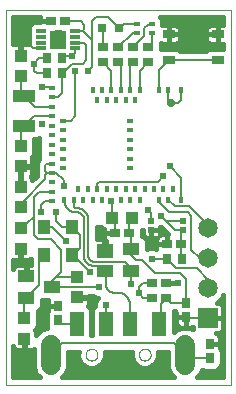
<source format=gtl>
G75*
%MOIN*%
%OFA0B0*%
%FSLAX25Y25*%
%IPPOS*%
%LPD*%
%AMOC8*
5,1,8,0,0,1.08239X$1,22.5*
%
%ADD10C,0.00000*%
%ADD11R,0.01575X0.02362*%
%ADD12R,0.02362X0.01575*%
%ADD13R,0.07480X0.04331*%
%ADD14R,0.04252X0.04134*%
%ADD15R,0.03642X0.02913*%
%ADD16R,0.02913X0.03642*%
%ADD17R,0.04134X0.04252*%
%ADD18R,0.05669X0.03937*%
%ADD19R,0.05669X0.04724*%
%ADD20C,0.06600*%
%ADD21R,0.04724X0.07874*%
%ADD22R,0.02756X0.03543*%
%ADD23R,0.04134X0.02559*%
%ADD24R,0.02165X0.02165*%
%ADD25R,0.01969X0.01575*%
%ADD26R,0.03543X0.02756*%
%ADD27R,0.06500X0.06500*%
%ADD28C,0.06500*%
%ADD29R,0.05512X0.03937*%
%ADD30R,0.03937X0.04724*%
%ADD31R,0.03150X0.03150*%
%ADD32R,0.03346X0.01181*%
%ADD33R,0.05512X0.06299*%
%ADD34C,0.02400*%
%ADD35C,0.01600*%
%ADD36C,0.02775*%
%ADD37C,0.00800*%
%ADD38C,0.00600*%
D10*
X0021345Y0060541D02*
X0021345Y0185541D01*
X0096345Y0185541D01*
X0096345Y0060541D01*
X0021345Y0060541D01*
X0048018Y0070541D02*
X0048020Y0070629D01*
X0048026Y0070717D01*
X0048036Y0070805D01*
X0048050Y0070893D01*
X0048067Y0070979D01*
X0048089Y0071065D01*
X0048114Y0071149D01*
X0048144Y0071233D01*
X0048176Y0071315D01*
X0048213Y0071395D01*
X0048253Y0071474D01*
X0048297Y0071551D01*
X0048344Y0071626D01*
X0048394Y0071698D01*
X0048448Y0071769D01*
X0048504Y0071836D01*
X0048564Y0071902D01*
X0048626Y0071964D01*
X0048692Y0072024D01*
X0048759Y0072080D01*
X0048830Y0072134D01*
X0048902Y0072184D01*
X0048977Y0072231D01*
X0049054Y0072275D01*
X0049133Y0072315D01*
X0049213Y0072352D01*
X0049295Y0072384D01*
X0049379Y0072414D01*
X0049463Y0072439D01*
X0049549Y0072461D01*
X0049635Y0072478D01*
X0049723Y0072492D01*
X0049811Y0072502D01*
X0049899Y0072508D01*
X0049987Y0072510D01*
X0050075Y0072508D01*
X0050163Y0072502D01*
X0050251Y0072492D01*
X0050339Y0072478D01*
X0050425Y0072461D01*
X0050511Y0072439D01*
X0050595Y0072414D01*
X0050679Y0072384D01*
X0050761Y0072352D01*
X0050841Y0072315D01*
X0050920Y0072275D01*
X0050997Y0072231D01*
X0051072Y0072184D01*
X0051144Y0072134D01*
X0051215Y0072080D01*
X0051282Y0072024D01*
X0051348Y0071964D01*
X0051410Y0071902D01*
X0051470Y0071836D01*
X0051526Y0071769D01*
X0051580Y0071698D01*
X0051630Y0071626D01*
X0051677Y0071551D01*
X0051721Y0071474D01*
X0051761Y0071395D01*
X0051798Y0071315D01*
X0051830Y0071233D01*
X0051860Y0071149D01*
X0051885Y0071065D01*
X0051907Y0070979D01*
X0051924Y0070893D01*
X0051938Y0070805D01*
X0051948Y0070717D01*
X0051954Y0070629D01*
X0051956Y0070541D01*
X0051954Y0070453D01*
X0051948Y0070365D01*
X0051938Y0070277D01*
X0051924Y0070189D01*
X0051907Y0070103D01*
X0051885Y0070017D01*
X0051860Y0069933D01*
X0051830Y0069849D01*
X0051798Y0069767D01*
X0051761Y0069687D01*
X0051721Y0069608D01*
X0051677Y0069531D01*
X0051630Y0069456D01*
X0051580Y0069384D01*
X0051526Y0069313D01*
X0051470Y0069246D01*
X0051410Y0069180D01*
X0051348Y0069118D01*
X0051282Y0069058D01*
X0051215Y0069002D01*
X0051144Y0068948D01*
X0051072Y0068898D01*
X0050997Y0068851D01*
X0050920Y0068807D01*
X0050841Y0068767D01*
X0050761Y0068730D01*
X0050679Y0068698D01*
X0050595Y0068668D01*
X0050511Y0068643D01*
X0050425Y0068621D01*
X0050339Y0068604D01*
X0050251Y0068590D01*
X0050163Y0068580D01*
X0050075Y0068574D01*
X0049987Y0068572D01*
X0049899Y0068574D01*
X0049811Y0068580D01*
X0049723Y0068590D01*
X0049635Y0068604D01*
X0049549Y0068621D01*
X0049463Y0068643D01*
X0049379Y0068668D01*
X0049295Y0068698D01*
X0049213Y0068730D01*
X0049133Y0068767D01*
X0049054Y0068807D01*
X0048977Y0068851D01*
X0048902Y0068898D01*
X0048830Y0068948D01*
X0048759Y0069002D01*
X0048692Y0069058D01*
X0048626Y0069118D01*
X0048564Y0069180D01*
X0048504Y0069246D01*
X0048448Y0069313D01*
X0048394Y0069384D01*
X0048344Y0069456D01*
X0048297Y0069531D01*
X0048253Y0069608D01*
X0048213Y0069687D01*
X0048176Y0069767D01*
X0048144Y0069849D01*
X0048114Y0069933D01*
X0048089Y0070017D01*
X0048067Y0070103D01*
X0048050Y0070189D01*
X0048036Y0070277D01*
X0048026Y0070365D01*
X0048020Y0070453D01*
X0048018Y0070541D01*
X0065734Y0070541D02*
X0065736Y0070629D01*
X0065742Y0070717D01*
X0065752Y0070805D01*
X0065766Y0070893D01*
X0065783Y0070979D01*
X0065805Y0071065D01*
X0065830Y0071149D01*
X0065860Y0071233D01*
X0065892Y0071315D01*
X0065929Y0071395D01*
X0065969Y0071474D01*
X0066013Y0071551D01*
X0066060Y0071626D01*
X0066110Y0071698D01*
X0066164Y0071769D01*
X0066220Y0071836D01*
X0066280Y0071902D01*
X0066342Y0071964D01*
X0066408Y0072024D01*
X0066475Y0072080D01*
X0066546Y0072134D01*
X0066618Y0072184D01*
X0066693Y0072231D01*
X0066770Y0072275D01*
X0066849Y0072315D01*
X0066929Y0072352D01*
X0067011Y0072384D01*
X0067095Y0072414D01*
X0067179Y0072439D01*
X0067265Y0072461D01*
X0067351Y0072478D01*
X0067439Y0072492D01*
X0067527Y0072502D01*
X0067615Y0072508D01*
X0067703Y0072510D01*
X0067791Y0072508D01*
X0067879Y0072502D01*
X0067967Y0072492D01*
X0068055Y0072478D01*
X0068141Y0072461D01*
X0068227Y0072439D01*
X0068311Y0072414D01*
X0068395Y0072384D01*
X0068477Y0072352D01*
X0068557Y0072315D01*
X0068636Y0072275D01*
X0068713Y0072231D01*
X0068788Y0072184D01*
X0068860Y0072134D01*
X0068931Y0072080D01*
X0068998Y0072024D01*
X0069064Y0071964D01*
X0069126Y0071902D01*
X0069186Y0071836D01*
X0069242Y0071769D01*
X0069296Y0071698D01*
X0069346Y0071626D01*
X0069393Y0071551D01*
X0069437Y0071474D01*
X0069477Y0071395D01*
X0069514Y0071315D01*
X0069546Y0071233D01*
X0069576Y0071149D01*
X0069601Y0071065D01*
X0069623Y0070979D01*
X0069640Y0070893D01*
X0069654Y0070805D01*
X0069664Y0070717D01*
X0069670Y0070629D01*
X0069672Y0070541D01*
X0069670Y0070453D01*
X0069664Y0070365D01*
X0069654Y0070277D01*
X0069640Y0070189D01*
X0069623Y0070103D01*
X0069601Y0070017D01*
X0069576Y0069933D01*
X0069546Y0069849D01*
X0069514Y0069767D01*
X0069477Y0069687D01*
X0069437Y0069608D01*
X0069393Y0069531D01*
X0069346Y0069456D01*
X0069296Y0069384D01*
X0069242Y0069313D01*
X0069186Y0069246D01*
X0069126Y0069180D01*
X0069064Y0069118D01*
X0068998Y0069058D01*
X0068931Y0069002D01*
X0068860Y0068948D01*
X0068788Y0068898D01*
X0068713Y0068851D01*
X0068636Y0068807D01*
X0068557Y0068767D01*
X0068477Y0068730D01*
X0068395Y0068698D01*
X0068311Y0068668D01*
X0068227Y0068643D01*
X0068141Y0068621D01*
X0068055Y0068604D01*
X0067967Y0068590D01*
X0067879Y0068580D01*
X0067791Y0068574D01*
X0067703Y0068572D01*
X0067615Y0068574D01*
X0067527Y0068580D01*
X0067439Y0068590D01*
X0067351Y0068604D01*
X0067265Y0068621D01*
X0067179Y0068643D01*
X0067095Y0068668D01*
X0067011Y0068698D01*
X0066929Y0068730D01*
X0066849Y0068767D01*
X0066770Y0068807D01*
X0066693Y0068851D01*
X0066618Y0068898D01*
X0066546Y0068948D01*
X0066475Y0069002D01*
X0066408Y0069058D01*
X0066342Y0069118D01*
X0066280Y0069180D01*
X0066220Y0069246D01*
X0066164Y0069313D01*
X0066110Y0069384D01*
X0066060Y0069456D01*
X0066013Y0069531D01*
X0065969Y0069608D01*
X0065929Y0069687D01*
X0065892Y0069767D01*
X0065860Y0069849D01*
X0065830Y0069933D01*
X0065805Y0070017D01*
X0065783Y0070103D01*
X0065766Y0070189D01*
X0065752Y0070277D01*
X0065742Y0070365D01*
X0065736Y0070453D01*
X0065734Y0070541D01*
D11*
X0066079Y0122234D03*
X0064505Y0125778D03*
X0062930Y0122234D03*
X0061355Y0125778D03*
X0059780Y0122234D03*
X0058205Y0125778D03*
X0055056Y0125778D03*
X0053481Y0122234D03*
X0051906Y0125778D03*
X0050331Y0122234D03*
X0048757Y0125778D03*
X0047182Y0122234D03*
X0045607Y0125778D03*
X0044032Y0122234D03*
X0040883Y0122234D03*
X0051906Y0155305D03*
X0053481Y0158848D03*
X0055056Y0155305D03*
X0056631Y0158848D03*
X0058205Y0155305D03*
X0059780Y0158848D03*
X0061355Y0155305D03*
X0062930Y0158848D03*
X0064505Y0155305D03*
X0066079Y0158848D03*
X0072379Y0158848D03*
X0075528Y0158848D03*
X0079859Y0158848D03*
X0077103Y0125778D03*
X0075528Y0122234D03*
X0073953Y0125778D03*
X0072379Y0122234D03*
X0070804Y0125778D03*
X0067654Y0125778D03*
X0079859Y0122234D03*
X0050331Y0158848D03*
D12*
X0040489Y0148415D03*
X0040489Y0145266D03*
X0040489Y0142116D03*
X0040489Y0138967D03*
X0040489Y0135817D03*
X0040489Y0132667D03*
X0036946Y0131093D03*
X0036946Y0134242D03*
X0036946Y0137392D03*
X0036946Y0140541D03*
X0036946Y0143691D03*
X0036946Y0146841D03*
X0036946Y0149990D03*
X0036946Y0153140D03*
X0036946Y0156289D03*
X0036946Y0159439D03*
X0036946Y0127943D03*
X0036946Y0124793D03*
X0036946Y0121644D03*
X0062930Y0132667D03*
X0062930Y0135817D03*
X0062930Y0138967D03*
X0062930Y0142116D03*
X0062930Y0145266D03*
X0062930Y0148415D03*
D13*
X0027595Y0146870D03*
X0027595Y0156713D03*
D14*
X0026345Y0163346D03*
X0026345Y0170236D03*
X0026345Y0140236D03*
X0026345Y0133346D03*
X0026345Y0126486D03*
X0026345Y0119596D03*
X0026345Y0112736D03*
X0026345Y0105846D03*
X0027595Y0082736D03*
X0027595Y0075846D03*
X0045095Y0089596D03*
X0045095Y0096486D03*
D15*
X0057733Y0111166D03*
X0062457Y0111166D03*
X0070233Y0094291D03*
X0070233Y0089291D03*
X0074957Y0089291D03*
X0074957Y0094291D03*
X0075233Y0107416D03*
X0079957Y0107416D03*
X0041207Y0181791D03*
X0036483Y0181791D03*
D16*
X0081345Y0087904D03*
X0081345Y0083179D03*
X0089470Y0074154D03*
X0089470Y0069429D03*
X0038845Y0081929D03*
X0038845Y0086654D03*
D17*
X0056650Y0116166D03*
X0063540Y0116166D03*
D18*
X0063176Y0105844D03*
X0063176Y0098364D03*
X0054514Y0098364D03*
D19*
X0054514Y0105057D03*
D20*
X0036404Y0073841D02*
X0036404Y0067241D01*
X0081286Y0067241D02*
X0081286Y0073841D01*
D21*
X0072625Y0080778D03*
X0062782Y0080778D03*
X0054908Y0080778D03*
X0045066Y0080778D03*
D22*
X0075036Y0102416D03*
X0080154Y0102416D03*
X0040154Y0164291D03*
X0040154Y0169291D03*
X0035036Y0169291D03*
X0035036Y0164291D03*
D23*
X0075676Y0168809D03*
X0075676Y0177274D03*
X0092014Y0177274D03*
X0092014Y0168809D03*
D24*
X0080312Y0115143D03*
X0080312Y0112190D03*
X0069879Y0112190D03*
X0069879Y0115143D03*
D25*
X0070154Y0177913D03*
X0070154Y0180669D03*
X0065036Y0180669D03*
X0065036Y0177913D03*
D26*
X0063845Y0173100D03*
X0063845Y0167982D03*
X0058845Y0167982D03*
X0058845Y0173100D03*
X0053845Y0173100D03*
X0053845Y0167982D03*
X0068845Y0167982D03*
X0068845Y0173100D03*
D27*
X0088845Y0082729D03*
D28*
X0088845Y0092729D03*
X0088845Y0102729D03*
X0088845Y0112729D03*
D29*
X0036926Y0093041D03*
X0028264Y0089301D03*
X0028264Y0096781D03*
D30*
X0034121Y0103666D03*
X0034121Y0113041D03*
X0043570Y0113041D03*
X0043570Y0103666D03*
D31*
X0053392Y0179291D03*
X0059298Y0179291D03*
D32*
X0044554Y0178494D03*
X0044554Y0176526D03*
X0044554Y0174557D03*
X0044554Y0172589D03*
X0033136Y0172589D03*
X0033136Y0174557D03*
X0033136Y0176526D03*
X0033136Y0178494D03*
D33*
X0038845Y0175541D03*
D34*
X0038845Y0175541D03*
X0043533Y0169916D03*
X0044470Y0164916D03*
X0048845Y0165229D03*
X0033533Y0159604D03*
X0030720Y0167416D03*
X0026345Y0180541D03*
X0033533Y0147416D03*
X0031345Y0133041D03*
X0033220Y0118041D03*
X0038220Y0118041D03*
X0040720Y0126791D03*
X0041345Y0108354D03*
X0049470Y0098041D03*
X0052595Y0093041D03*
X0050095Y0088041D03*
X0054783Y0087104D03*
X0063176Y0093979D03*
X0065720Y0091166D03*
X0070095Y0102416D03*
X0070095Y0108041D03*
X0073220Y0116791D03*
X0068845Y0118666D03*
X0073845Y0129916D03*
X0076033Y0133354D03*
X0056345Y0121791D03*
X0078845Y0094291D03*
X0071345Y0064291D03*
X0058845Y0064291D03*
X0046345Y0064291D03*
X0033845Y0084291D03*
X0026345Y0101791D03*
X0025095Y0064291D03*
X0083845Y0181791D03*
X0092595Y0064291D03*
D35*
X0092286Y0065574D02*
X0092961Y0066249D01*
X0093327Y0067131D01*
X0093327Y0071727D01*
X0092961Y0072609D01*
X0092727Y0072844D01*
X0092727Y0074153D01*
X0089470Y0074153D01*
X0089470Y0074154D01*
X0092727Y0074154D01*
X0092727Y0076211D01*
X0092604Y0076669D01*
X0092367Y0077080D01*
X0092032Y0077415D01*
X0091622Y0077652D01*
X0091520Y0077679D01*
X0092332Y0077679D01*
X0092790Y0077802D01*
X0093200Y0078038D01*
X0093535Y0078374D01*
X0093772Y0078784D01*
X0093895Y0079242D01*
X0093895Y0082654D01*
X0088920Y0082654D01*
X0088920Y0082804D01*
X0093895Y0082804D01*
X0093895Y0086216D01*
X0093772Y0086674D01*
X0093535Y0087084D01*
X0093200Y0087419D01*
X0092790Y0087656D01*
X0092332Y0087779D01*
X0091659Y0087779D01*
X0092046Y0087939D01*
X0093635Y0089528D01*
X0093945Y0090277D01*
X0093945Y0062941D01*
X0085047Y0062941D01*
X0086118Y0064013D01*
X0086749Y0065534D01*
X0087536Y0065208D01*
X0091404Y0065208D01*
X0092286Y0065574D01*
X0091715Y0065337D02*
X0093945Y0065337D01*
X0093945Y0066935D02*
X0093246Y0066935D01*
X0093327Y0068534D02*
X0093945Y0068534D01*
X0093945Y0070132D02*
X0093327Y0070132D01*
X0093325Y0071731D02*
X0093945Y0071731D01*
X0093945Y0073329D02*
X0092727Y0073329D01*
X0092727Y0074928D02*
X0093945Y0074928D01*
X0093945Y0076526D02*
X0092642Y0076526D01*
X0093287Y0078125D02*
X0093945Y0078125D01*
X0093895Y0079723D02*
X0093945Y0079723D01*
X0093895Y0081322D02*
X0093945Y0081322D01*
X0093895Y0082920D02*
X0093945Y0082920D01*
X0093895Y0084519D02*
X0093945Y0084519D01*
X0093895Y0086118D02*
X0093945Y0086118D01*
X0093945Y0087716D02*
X0092566Y0087716D01*
X0093421Y0089315D02*
X0093945Y0089315D01*
X0083795Y0079853D02*
X0083795Y0079242D01*
X0083877Y0078938D01*
X0082420Y0079541D01*
X0080152Y0079541D01*
X0078057Y0078674D01*
X0077387Y0078003D01*
X0077387Y0085104D01*
X0077696Y0085104D01*
X0077854Y0084723D01*
X0078088Y0084489D01*
X0078088Y0083179D01*
X0078088Y0081121D01*
X0078211Y0080663D01*
X0078448Y0080253D01*
X0078783Y0079918D01*
X0079194Y0079681D01*
X0079651Y0079558D01*
X0081345Y0079558D01*
X0081345Y0083179D01*
X0081345Y0083179D01*
X0078088Y0083179D01*
X0081345Y0083179D01*
X0081345Y0083179D01*
X0081345Y0079558D01*
X0083039Y0079558D01*
X0083497Y0079681D01*
X0083795Y0079853D01*
X0083795Y0079723D02*
X0083570Y0079723D01*
X0081345Y0079723D02*
X0081345Y0079723D01*
X0081345Y0081322D02*
X0081345Y0081322D01*
X0081345Y0082920D02*
X0081345Y0082920D01*
X0079120Y0079723D02*
X0077387Y0079723D01*
X0077387Y0078125D02*
X0077509Y0078125D01*
X0077387Y0081322D02*
X0078088Y0081322D01*
X0078088Y0082920D02*
X0077387Y0082920D01*
X0077387Y0084519D02*
X0078058Y0084519D01*
X0078545Y0094291D02*
X0074957Y0094291D01*
X0074957Y0094291D01*
X0078545Y0094291D01*
X0078545Y0094291D01*
X0075233Y0107416D02*
X0071612Y0107416D01*
X0071612Y0105723D01*
X0071624Y0105680D01*
X0070811Y0106016D01*
X0069379Y0106016D01*
X0068410Y0105615D01*
X0068410Y0108290D01*
X0068045Y0109172D01*
X0067370Y0109847D01*
X0066678Y0110134D01*
X0066678Y0111886D01*
X0066966Y0112006D01*
X0066996Y0112035D01*
X0066996Y0110870D01*
X0067119Y0110412D01*
X0067356Y0110002D01*
X0067691Y0109667D01*
X0068101Y0109430D01*
X0068559Y0109307D01*
X0069879Y0109307D01*
X0071198Y0109307D01*
X0071656Y0109430D01*
X0071705Y0109458D01*
X0071612Y0109110D01*
X0071612Y0107416D01*
X0075233Y0107416D01*
X0075233Y0107416D01*
X0075233Y0107416D01*
X0075233Y0110673D01*
X0075379Y0110673D01*
X0073010Y0113041D01*
X0072761Y0113041D01*
X0072761Y0112190D01*
X0069879Y0112190D01*
X0069879Y0112190D01*
X0072761Y0112190D01*
X0072761Y0110870D01*
X0072668Y0110522D01*
X0072717Y0110550D01*
X0073175Y0110673D01*
X0075233Y0110673D01*
X0075233Y0107416D01*
X0075233Y0108497D02*
X0075233Y0108497D01*
X0075233Y0110095D02*
X0075233Y0110095D01*
X0074358Y0111694D02*
X0072761Y0111694D01*
X0071612Y0108497D02*
X0068325Y0108497D01*
X0068410Y0106898D02*
X0071612Y0106898D01*
X0069879Y0109307D02*
X0069879Y0112190D01*
X0069879Y0112190D01*
X0069879Y0109307D01*
X0069879Y0110095D02*
X0069879Y0110095D01*
X0069879Y0111694D02*
X0069879Y0111694D01*
X0067302Y0110095D02*
X0066771Y0110095D01*
X0066678Y0111694D02*
X0066996Y0111694D01*
X0057733Y0111166D02*
X0054112Y0111166D01*
X0054112Y0109473D01*
X0054235Y0109015D01*
X0054472Y0108604D01*
X0054807Y0108269D01*
X0054896Y0108218D01*
X0054896Y0105438D01*
X0054133Y0105438D01*
X0054133Y0109219D01*
X0051720Y0109219D01*
X0051720Y0113041D01*
X0053082Y0113041D01*
X0053143Y0112935D01*
X0053478Y0112600D01*
X0053889Y0112363D01*
X0054112Y0112303D01*
X0054112Y0111166D01*
X0057733Y0111166D01*
X0057733Y0111166D01*
X0054112Y0111694D02*
X0051720Y0111694D01*
X0051720Y0110095D02*
X0054112Y0110095D01*
X0054133Y0108497D02*
X0054579Y0108497D01*
X0054896Y0106898D02*
X0054133Y0106898D01*
X0050304Y0090241D02*
X0049021Y0090241D01*
X0049021Y0089830D01*
X0045329Y0089830D01*
X0045329Y0089363D01*
X0049021Y0089363D01*
X0049021Y0087293D01*
X0048898Y0086835D01*
X0048826Y0086710D01*
X0049462Y0086074D01*
X0049828Y0085192D01*
X0049828Y0077091D01*
X0050146Y0077091D01*
X0050146Y0085192D01*
X0050511Y0086074D01*
X0051183Y0086745D01*
X0051183Y0087820D01*
X0051731Y0089143D01*
X0052029Y0089441D01*
X0051879Y0089441D01*
X0050556Y0089989D01*
X0050304Y0090241D01*
X0049021Y0089315D02*
X0051902Y0089315D01*
X0051183Y0087716D02*
X0049021Y0087716D01*
X0049419Y0086118D02*
X0050555Y0086118D01*
X0050146Y0084519D02*
X0049828Y0084519D01*
X0049828Y0082920D02*
X0050146Y0082920D01*
X0050146Y0081322D02*
X0049828Y0081322D01*
X0049828Y0079723D02*
X0050146Y0079723D01*
X0050146Y0078125D02*
X0049828Y0078125D01*
X0045652Y0071491D02*
X0045618Y0071410D01*
X0045618Y0069672D01*
X0046283Y0068067D01*
X0047512Y0066838D01*
X0049118Y0066173D01*
X0050856Y0066173D01*
X0052461Y0066838D01*
X0053690Y0068067D01*
X0054355Y0069672D01*
X0054355Y0071410D01*
X0054322Y0071491D01*
X0063368Y0071491D01*
X0063335Y0071410D01*
X0063335Y0069672D01*
X0064000Y0068067D01*
X0065229Y0066838D01*
X0066834Y0066173D01*
X0068572Y0066173D01*
X0070178Y0066838D01*
X0071407Y0068067D01*
X0072072Y0069672D01*
X0072072Y0071410D01*
X0072038Y0071491D01*
X0075586Y0071491D01*
X0075586Y0066108D01*
X0076454Y0064013D01*
X0077525Y0062941D01*
X0040165Y0062941D01*
X0041236Y0064013D01*
X0042104Y0066108D01*
X0042104Y0071491D01*
X0045652Y0071491D01*
X0045618Y0070132D02*
X0042104Y0070132D01*
X0042104Y0068534D02*
X0046090Y0068534D01*
X0047415Y0066935D02*
X0042104Y0066935D01*
X0041785Y0065337D02*
X0075905Y0065337D01*
X0075586Y0066935D02*
X0070275Y0066935D01*
X0071600Y0068534D02*
X0075586Y0068534D01*
X0075586Y0070132D02*
X0072072Y0070132D01*
X0076728Y0063738D02*
X0040962Y0063738D01*
X0032643Y0062941D02*
X0023745Y0062941D01*
X0023745Y0073259D01*
X0023792Y0073085D01*
X0024029Y0072674D01*
X0024364Y0072339D01*
X0024774Y0072102D01*
X0025232Y0071980D01*
X0027362Y0071980D01*
X0027362Y0075613D01*
X0027829Y0075613D01*
X0027829Y0071980D01*
X0029958Y0071980D01*
X0030416Y0072102D01*
X0030704Y0072269D01*
X0030704Y0066108D01*
X0031572Y0064013D01*
X0032643Y0062941D01*
X0031846Y0063738D02*
X0023745Y0063738D01*
X0023745Y0065337D02*
X0031023Y0065337D01*
X0030704Y0066935D02*
X0023745Y0066935D01*
X0023745Y0068534D02*
X0030704Y0068534D01*
X0030704Y0070132D02*
X0023745Y0070132D01*
X0023745Y0071731D02*
X0030704Y0071731D01*
X0027829Y0073329D02*
X0027362Y0073329D01*
X0027362Y0074928D02*
X0027829Y0074928D01*
X0031398Y0078608D02*
X0031272Y0078826D01*
X0031756Y0079310D01*
X0032121Y0080192D01*
X0032121Y0085191D01*
X0032380Y0085298D01*
X0033055Y0085973D01*
X0033420Y0086855D01*
X0033420Y0088786D01*
X0033693Y0088673D01*
X0035588Y0088673D01*
X0035588Y0086654D01*
X0038845Y0086654D01*
X0038845Y0086653D01*
X0035588Y0086653D01*
X0035588Y0085344D01*
X0035354Y0085109D01*
X0034988Y0084227D01*
X0034988Y0079631D01*
X0035061Y0079455D01*
X0033175Y0078674D01*
X0031572Y0077070D01*
X0031521Y0076947D01*
X0031521Y0078150D01*
X0031398Y0078608D01*
X0031521Y0078125D02*
X0032627Y0078125D01*
X0031927Y0079723D02*
X0034988Y0079723D01*
X0034988Y0081322D02*
X0032121Y0081322D01*
X0032121Y0082920D02*
X0034988Y0082920D01*
X0035109Y0084519D02*
X0032121Y0084519D01*
X0033115Y0086118D02*
X0035588Y0086118D01*
X0035588Y0087716D02*
X0033420Y0087716D01*
X0028449Y0096966D02*
X0028080Y0096966D01*
X0028080Y0100550D01*
X0025272Y0100550D01*
X0024814Y0100427D01*
X0024403Y0100190D01*
X0024068Y0099855D01*
X0023831Y0099445D01*
X0023745Y0099124D01*
X0023745Y0102043D01*
X0023982Y0101980D01*
X0026112Y0101980D01*
X0026112Y0105613D01*
X0026579Y0105613D01*
X0026579Y0101980D01*
X0028708Y0101980D01*
X0029166Y0102102D01*
X0029576Y0102339D01*
X0029752Y0102515D01*
X0029752Y0100827D01*
X0029795Y0100723D01*
X0029795Y0100550D01*
X0028449Y0100550D01*
X0028449Y0096966D01*
X0028449Y0097307D02*
X0028080Y0097307D01*
X0028080Y0098906D02*
X0028449Y0098906D01*
X0028449Y0100504D02*
X0028080Y0100504D01*
X0029167Y0102103D02*
X0029752Y0102103D01*
X0026579Y0102103D02*
X0026112Y0102103D01*
X0026112Y0103701D02*
X0026579Y0103701D01*
X0026579Y0105300D02*
X0026112Y0105300D01*
X0025100Y0100504D02*
X0023745Y0100504D01*
X0026112Y0126720D02*
X0026112Y0130353D01*
X0026112Y0133113D01*
X0026579Y0133113D01*
X0026579Y0133580D01*
X0030271Y0133580D01*
X0030271Y0135650D01*
X0030148Y0136108D01*
X0030022Y0136326D01*
X0030506Y0136810D01*
X0030871Y0137692D01*
X0030871Y0142305D01*
X0031813Y0142305D01*
X0032595Y0142629D01*
X0032595Y0135751D01*
X0032096Y0135252D01*
X0031670Y0134223D01*
X0031670Y0131234D01*
X0031729Y0131093D01*
X0031670Y0130951D01*
X0031670Y0130139D01*
X0030271Y0128740D01*
X0030271Y0128790D01*
X0030148Y0129248D01*
X0029911Y0129658D01*
X0029654Y0129916D01*
X0029911Y0130174D01*
X0030148Y0130585D01*
X0030271Y0131043D01*
X0030271Y0133113D01*
X0026579Y0133113D01*
X0026579Y0126720D01*
X0026112Y0126720D01*
X0026112Y0127679D02*
X0026579Y0127679D01*
X0026579Y0129277D02*
X0026112Y0129277D01*
X0026112Y0130876D02*
X0026579Y0130876D01*
X0026579Y0132474D02*
X0026112Y0132474D01*
X0030226Y0130876D02*
X0031670Y0130876D01*
X0031670Y0132474D02*
X0030271Y0132474D01*
X0030271Y0134073D02*
X0031670Y0134073D01*
X0032515Y0135671D02*
X0030265Y0135671D01*
X0030696Y0137270D02*
X0032595Y0137270D01*
X0032595Y0138868D02*
X0030871Y0138868D01*
X0030871Y0140467D02*
X0032595Y0140467D01*
X0032595Y0142065D02*
X0030871Y0142065D01*
X0030809Y0129277D02*
X0030131Y0129277D01*
X0026579Y0170470D02*
X0026112Y0170470D01*
X0026112Y0174103D01*
X0023982Y0174103D01*
X0023745Y0174040D01*
X0023745Y0183141D01*
X0032862Y0183141D01*
X0032862Y0181791D01*
X0032862Y0181485D01*
X0030986Y0181485D01*
X0030104Y0181119D01*
X0029429Y0180444D01*
X0029063Y0179562D01*
X0029063Y0174008D01*
X0028708Y0174103D01*
X0026579Y0174103D01*
X0026579Y0170470D01*
X0026579Y0170839D02*
X0026112Y0170839D01*
X0026112Y0172437D02*
X0026579Y0172437D01*
X0026579Y0174036D02*
X0026112Y0174036D01*
X0028960Y0174036D02*
X0029063Y0174036D01*
X0029063Y0175634D02*
X0023745Y0175634D01*
X0023745Y0177233D02*
X0029063Y0177233D01*
X0029063Y0178831D02*
X0023745Y0178831D01*
X0023745Y0180430D02*
X0029423Y0180430D01*
X0032862Y0181791D02*
X0036483Y0181791D01*
X0036483Y0181791D01*
X0032862Y0181791D01*
X0032862Y0182028D02*
X0023745Y0182028D01*
X0037210Y0176119D02*
X0037210Y0174963D01*
X0038267Y0174963D01*
X0038267Y0173450D01*
X0038299Y0173463D01*
X0039423Y0173463D01*
X0039423Y0174963D01*
X0038267Y0174963D01*
X0038267Y0176119D01*
X0037210Y0176119D01*
X0037210Y0175634D02*
X0038267Y0175634D01*
X0038267Y0176119D02*
X0038267Y0178201D01*
X0038909Y0177935D01*
X0039423Y0177935D01*
X0039423Y0176119D01*
X0040481Y0176119D01*
X0040481Y0174963D01*
X0039423Y0174963D01*
X0039423Y0176119D01*
X0038267Y0176119D01*
X0038267Y0177233D02*
X0039423Y0177233D01*
X0039423Y0175634D02*
X0040481Y0175634D01*
X0039423Y0174036D02*
X0038267Y0174036D01*
X0073017Y0174036D02*
X0093945Y0174036D01*
X0093945Y0174194D02*
X0093945Y0172489D01*
X0089470Y0172489D01*
X0088588Y0172123D01*
X0088074Y0171609D01*
X0079616Y0171609D01*
X0079102Y0172123D01*
X0078220Y0172489D01*
X0073132Y0172489D01*
X0073017Y0172441D01*
X0073017Y0174289D01*
X0073372Y0174194D01*
X0075676Y0174194D01*
X0077980Y0174194D01*
X0078438Y0174317D01*
X0078848Y0174554D01*
X0079183Y0174889D01*
X0079420Y0175299D01*
X0079543Y0175757D01*
X0079543Y0177274D01*
X0079543Y0178790D01*
X0079420Y0179248D01*
X0079183Y0179658D01*
X0078848Y0179994D01*
X0078438Y0180230D01*
X0077980Y0180353D01*
X0075676Y0180353D01*
X0075676Y0177274D01*
X0075676Y0177274D01*
X0075676Y0180353D01*
X0073538Y0180353D01*
X0073538Y0181934D01*
X0073173Y0182816D01*
X0072848Y0183141D01*
X0093945Y0183141D01*
X0093945Y0180353D01*
X0092014Y0180353D01*
X0089711Y0180353D01*
X0089253Y0180230D01*
X0088842Y0179994D01*
X0088507Y0179658D01*
X0088270Y0179248D01*
X0088148Y0178790D01*
X0088148Y0177274D01*
X0092014Y0177274D01*
X0092014Y0180353D01*
X0092014Y0177274D01*
X0092014Y0177274D01*
X0092014Y0177274D01*
X0088148Y0177274D01*
X0088148Y0175757D01*
X0088270Y0175299D01*
X0088507Y0174889D01*
X0088842Y0174554D01*
X0089253Y0174317D01*
X0089711Y0174194D01*
X0092014Y0174194D01*
X0092014Y0177273D01*
X0092014Y0177273D01*
X0092014Y0174194D01*
X0093945Y0174194D01*
X0092014Y0175634D02*
X0092014Y0175634D01*
X0092014Y0177233D02*
X0092014Y0177233D01*
X0092014Y0178831D02*
X0092014Y0178831D01*
X0093945Y0180430D02*
X0073538Y0180430D01*
X0073499Y0182028D02*
X0093945Y0182028D01*
X0089346Y0172437D02*
X0078344Y0172437D01*
X0079510Y0175634D02*
X0088180Y0175634D01*
X0088148Y0177233D02*
X0079543Y0177233D01*
X0079543Y0177274D02*
X0075676Y0177274D01*
X0079543Y0177274D01*
X0079532Y0178831D02*
X0088159Y0178831D01*
X0075676Y0178831D02*
X0075676Y0178831D01*
X0075676Y0177274D02*
X0075676Y0177274D01*
X0075676Y0177273D02*
X0075676Y0174194D01*
X0075676Y0177273D01*
X0075676Y0177273D01*
X0075676Y0177233D02*
X0075676Y0177233D01*
X0075676Y0175634D02*
X0075676Y0175634D01*
X0063335Y0070132D02*
X0054355Y0070132D01*
X0053884Y0068534D02*
X0063806Y0068534D01*
X0065131Y0066935D02*
X0052559Y0066935D01*
X0085844Y0063738D02*
X0093945Y0063738D01*
X0087226Y0065337D02*
X0086667Y0065337D01*
D36*
X0076345Y0154291D03*
D37*
X0078845Y0154291D01*
X0079859Y0155305D01*
X0079859Y0158848D01*
X0075528Y0155108D02*
X0076345Y0154291D01*
X0075528Y0155108D02*
X0075528Y0158848D01*
X0072379Y0158848D02*
X0072379Y0165512D01*
X0075676Y0168809D01*
X0092014Y0168809D01*
X0076033Y0133354D02*
X0079859Y0129528D01*
X0079859Y0122234D01*
X0077846Y0119916D02*
X0082595Y0119916D01*
X0088845Y0113666D01*
X0088845Y0112729D01*
X0083220Y0116791D02*
X0083220Y0105541D01*
X0086033Y0102729D01*
X0088845Y0102729D01*
X0085095Y0099291D02*
X0088845Y0095541D01*
X0088845Y0092729D01*
X0085095Y0099291D02*
X0078161Y0099291D01*
X0075036Y0102416D01*
X0070095Y0102416D01*
X0066658Y0102104D02*
X0071033Y0097729D01*
X0079470Y0097729D01*
X0081345Y0095854D01*
X0081345Y0087904D01*
X0076345Y0087904D01*
X0074957Y0089291D01*
X0073220Y0087554D01*
X0073220Y0081373D01*
X0072625Y0080778D01*
X0070233Y0089291D02*
X0066970Y0089291D01*
X0065720Y0091166D01*
X0065720Y0093041D01*
X0066970Y0094291D01*
X0070233Y0094291D01*
X0066658Y0102104D02*
X0064783Y0102104D01*
X0063176Y0103711D01*
X0063176Y0105844D01*
X0063176Y0110448D01*
X0062457Y0111166D01*
X0062457Y0115084D01*
X0063540Y0116166D01*
X0068845Y0118666D02*
X0069879Y0117633D01*
X0069879Y0115143D01*
X0073220Y0116791D02*
X0074869Y0115143D01*
X0077822Y0112190D01*
X0080312Y0112190D01*
X0079957Y0111836D01*
X0079957Y0107416D01*
X0079957Y0102613D01*
X0080154Y0102416D01*
X0080312Y0115143D02*
X0074869Y0115143D01*
X0075720Y0118041D02*
X0072379Y0121383D01*
X0072379Y0122234D01*
X0071970Y0128041D02*
X0052595Y0128041D01*
X0051906Y0127352D01*
X0051906Y0125778D01*
X0056345Y0121791D02*
X0056650Y0121486D01*
X0056650Y0116166D01*
X0057733Y0115084D01*
X0057733Y0111166D01*
X0059986Y0101554D02*
X0050720Y0101554D01*
X0050720Y0100154D02*
X0052724Y0100154D01*
X0052807Y0100152D01*
X0052889Y0100146D01*
X0052971Y0100137D01*
X0053053Y0100124D01*
X0053134Y0100106D01*
X0053214Y0100086D01*
X0053293Y0100061D01*
X0053371Y0100033D01*
X0053447Y0100001D01*
X0053522Y0099966D01*
X0053595Y0099928D01*
X0053666Y0099886D01*
X0053736Y0099841D01*
X0053803Y0099792D01*
X0053868Y0099741D01*
X0053930Y0099687D01*
X0053990Y0099630D01*
X0054047Y0099570D01*
X0054101Y0099508D01*
X0054152Y0099443D01*
X0054201Y0099376D01*
X0054246Y0099306D01*
X0054288Y0099235D01*
X0054326Y0099162D01*
X0054361Y0099087D01*
X0054393Y0099011D01*
X0054421Y0098933D01*
X0054446Y0098854D01*
X0054466Y0098774D01*
X0054484Y0098693D01*
X0054497Y0098611D01*
X0054506Y0098529D01*
X0054512Y0098447D01*
X0054514Y0098364D01*
X0054783Y0098095D02*
X0054783Y0093979D01*
X0052595Y0093041D02*
X0036926Y0093041D01*
X0036926Y0095229D01*
X0038183Y0096486D01*
X0039783Y0098086D01*
X0039783Y0105541D01*
X0036345Y0108979D01*
X0032283Y0108979D01*
X0030720Y0110541D01*
X0030720Y0116486D01*
X0026345Y0112736D01*
X0026345Y0119596D02*
X0026970Y0121479D01*
X0034470Y0128979D01*
X0034470Y0130394D01*
X0035169Y0131093D01*
X0034470Y0131791D01*
X0034470Y0133666D01*
X0035046Y0134242D01*
X0036946Y0134242D01*
X0035358Y0134242D01*
X0035169Y0131093D02*
X0036946Y0131093D01*
X0038294Y0131093D01*
X0040720Y0128666D01*
X0040720Y0126791D01*
X0040883Y0122234D02*
X0040883Y0122179D01*
X0038220Y0118041D02*
X0038220Y0114916D01*
X0040095Y0113041D01*
X0043570Y0113041D01*
X0046033Y0110578D01*
X0046033Y0106129D01*
X0043570Y0103666D01*
X0043845Y0103666D01*
X0049470Y0098041D01*
X0048920Y0103354D02*
X0048920Y0115541D01*
X0047520Y0115541D02*
X0047520Y0103354D01*
X0047522Y0103242D01*
X0047528Y0103131D01*
X0047538Y0103020D01*
X0047551Y0102909D01*
X0047569Y0102798D01*
X0047590Y0102689D01*
X0047615Y0102580D01*
X0047644Y0102472D01*
X0047677Y0102365D01*
X0047713Y0102260D01*
X0047753Y0102155D01*
X0047797Y0102052D01*
X0047844Y0101951D01*
X0047895Y0101852D01*
X0047949Y0101754D01*
X0048006Y0101658D01*
X0048067Y0101565D01*
X0048131Y0101473D01*
X0048198Y0101384D01*
X0048269Y0101297D01*
X0048342Y0101213D01*
X0048418Y0101131D01*
X0048497Y0101052D01*
X0048579Y0100976D01*
X0048663Y0100903D01*
X0048750Y0100832D01*
X0048839Y0100765D01*
X0048931Y0100701D01*
X0049024Y0100640D01*
X0049120Y0100583D01*
X0049218Y0100529D01*
X0049317Y0100478D01*
X0049418Y0100431D01*
X0049521Y0100387D01*
X0049626Y0100347D01*
X0049731Y0100311D01*
X0049838Y0100278D01*
X0049946Y0100249D01*
X0050055Y0100224D01*
X0050164Y0100203D01*
X0050275Y0100185D01*
X0050386Y0100172D01*
X0050497Y0100162D01*
X0050608Y0100156D01*
X0050720Y0100154D01*
X0050720Y0101554D02*
X0050637Y0101556D01*
X0050554Y0101562D01*
X0050471Y0101571D01*
X0050389Y0101585D01*
X0050308Y0101602D01*
X0050227Y0101623D01*
X0050148Y0101647D01*
X0050070Y0101676D01*
X0049993Y0101707D01*
X0049918Y0101743D01*
X0049844Y0101781D01*
X0049772Y0101824D01*
X0049703Y0101869D01*
X0049635Y0101918D01*
X0049570Y0101969D01*
X0049507Y0102024D01*
X0049447Y0102081D01*
X0049390Y0102141D01*
X0049335Y0102204D01*
X0049284Y0102269D01*
X0049235Y0102337D01*
X0049190Y0102406D01*
X0049147Y0102478D01*
X0049109Y0102552D01*
X0049073Y0102627D01*
X0049042Y0102704D01*
X0049013Y0102782D01*
X0048989Y0102861D01*
X0048968Y0102942D01*
X0048951Y0103023D01*
X0048937Y0103105D01*
X0048928Y0103188D01*
X0048922Y0103271D01*
X0048920Y0103354D01*
X0045095Y0096486D02*
X0038183Y0096486D01*
X0032595Y0102141D02*
X0034121Y0103666D01*
X0032595Y0102141D02*
X0032595Y0093632D01*
X0028264Y0089301D01*
X0027595Y0088632D01*
X0027595Y0082736D01*
X0036404Y0070541D02*
X0040154Y0074291D01*
X0077536Y0074291D01*
X0081286Y0070541D01*
X0082398Y0069429D01*
X0089470Y0069429D01*
X0088845Y0082729D02*
X0081795Y0082729D01*
X0081345Y0083179D01*
X0062908Y0080903D02*
X0062908Y0087104D01*
X0062907Y0080903D02*
X0062905Y0080883D01*
X0062901Y0080864D01*
X0062893Y0080846D01*
X0062883Y0080830D01*
X0062870Y0080815D01*
X0062855Y0080802D01*
X0062839Y0080792D01*
X0062821Y0080784D01*
X0062802Y0080780D01*
X0062782Y0080778D01*
X0062907Y0087104D02*
X0062905Y0087229D01*
X0062899Y0087354D01*
X0062890Y0087479D01*
X0062876Y0087603D01*
X0062859Y0087727D01*
X0062838Y0087850D01*
X0062813Y0087973D01*
X0062784Y0088095D01*
X0062752Y0088216D01*
X0062716Y0088335D01*
X0062676Y0088454D01*
X0062633Y0088571D01*
X0062586Y0088687D01*
X0062535Y0088802D01*
X0062481Y0088915D01*
X0062424Y0089026D01*
X0062363Y0089135D01*
X0062299Y0089242D01*
X0062231Y0089348D01*
X0062160Y0089451D01*
X0062087Y0089552D01*
X0062010Y0089651D01*
X0061930Y0089747D01*
X0061847Y0089841D01*
X0061761Y0089932D01*
X0061673Y0090020D01*
X0061582Y0090106D01*
X0061488Y0090189D01*
X0061392Y0090269D01*
X0061293Y0090346D01*
X0061192Y0090419D01*
X0061089Y0090490D01*
X0060983Y0090558D01*
X0060876Y0090622D01*
X0060767Y0090683D01*
X0060656Y0090740D01*
X0060543Y0090794D01*
X0060428Y0090845D01*
X0060312Y0090892D01*
X0060195Y0090935D01*
X0060076Y0090975D01*
X0059957Y0091011D01*
X0059836Y0091043D01*
X0059714Y0091072D01*
X0059591Y0091097D01*
X0059468Y0091118D01*
X0059344Y0091135D01*
X0059220Y0091149D01*
X0059095Y0091158D01*
X0058970Y0091164D01*
X0058845Y0091166D01*
X0057595Y0091166D01*
X0057595Y0091167D02*
X0057490Y0091169D01*
X0057385Y0091175D01*
X0057280Y0091185D01*
X0057176Y0091198D01*
X0057072Y0091216D01*
X0056969Y0091238D01*
X0056867Y0091263D01*
X0056766Y0091292D01*
X0056666Y0091325D01*
X0056568Y0091361D01*
X0056471Y0091402D01*
X0056375Y0091445D01*
X0056281Y0091493D01*
X0056189Y0091544D01*
X0056099Y0091598D01*
X0056011Y0091656D01*
X0055925Y0091716D01*
X0055842Y0091780D01*
X0055761Y0091848D01*
X0055682Y0091918D01*
X0055607Y0091991D01*
X0055534Y0092066D01*
X0055464Y0092145D01*
X0055396Y0092226D01*
X0055332Y0092309D01*
X0055272Y0092395D01*
X0055214Y0092483D01*
X0055160Y0092573D01*
X0055109Y0092665D01*
X0055061Y0092759D01*
X0055018Y0092855D01*
X0054977Y0092952D01*
X0054941Y0093050D01*
X0054908Y0093150D01*
X0054879Y0093251D01*
X0054854Y0093353D01*
X0054832Y0093456D01*
X0054814Y0093560D01*
X0054801Y0093664D01*
X0054791Y0093769D01*
X0054785Y0093874D01*
X0054783Y0093979D01*
X0054783Y0087104D02*
X0054783Y0080903D01*
X0054785Y0080883D01*
X0054789Y0080864D01*
X0054797Y0080846D01*
X0054807Y0080830D01*
X0054820Y0080815D01*
X0054835Y0080802D01*
X0054851Y0080792D01*
X0054869Y0080784D01*
X0054888Y0080780D01*
X0054908Y0080778D01*
X0063176Y0093979D02*
X0063176Y0098364D01*
X0063174Y0098475D01*
X0063168Y0098587D01*
X0063159Y0098697D01*
X0063145Y0098808D01*
X0063128Y0098918D01*
X0063106Y0099027D01*
X0063081Y0099136D01*
X0063052Y0099243D01*
X0063020Y0099350D01*
X0062984Y0099455D01*
X0062944Y0099559D01*
X0062900Y0099661D01*
X0062853Y0099762D01*
X0062803Y0099862D01*
X0062749Y0099959D01*
X0062691Y0100054D01*
X0062631Y0100148D01*
X0062567Y0100239D01*
X0062500Y0100328D01*
X0062430Y0100414D01*
X0062357Y0100499D01*
X0062281Y0100580D01*
X0062202Y0100659D01*
X0062121Y0100735D01*
X0062036Y0100808D01*
X0061950Y0100878D01*
X0061861Y0100945D01*
X0061770Y0101009D01*
X0061676Y0101069D01*
X0061581Y0101127D01*
X0061484Y0101181D01*
X0061384Y0101231D01*
X0061283Y0101278D01*
X0061181Y0101322D01*
X0061077Y0101362D01*
X0060972Y0101398D01*
X0060865Y0101430D01*
X0060758Y0101459D01*
X0060649Y0101484D01*
X0060540Y0101506D01*
X0060430Y0101523D01*
X0060319Y0101537D01*
X0060209Y0101546D01*
X0060097Y0101552D01*
X0059986Y0101554D01*
X0071970Y0128041D02*
X0073845Y0129916D01*
X0075528Y0122234D02*
X0077846Y0119916D01*
X0075720Y0118041D02*
X0081970Y0118041D01*
X0083220Y0116791D01*
X0066079Y0158848D02*
X0066079Y0165217D01*
X0068845Y0167982D01*
X0068845Y0173100D02*
X0070154Y0174409D01*
X0070154Y0177913D01*
X0070026Y0180541D02*
X0068845Y0180541D01*
X0067595Y0179291D01*
X0067595Y0176791D01*
X0063904Y0173100D01*
X0063845Y0173100D01*
X0063658Y0177913D02*
X0065036Y0177913D01*
X0063658Y0177913D02*
X0058845Y0173100D01*
X0058845Y0167982D02*
X0059780Y0167047D01*
X0059780Y0158848D01*
X0056631Y0158848D02*
X0056631Y0165197D01*
X0053845Y0167982D01*
X0053845Y0173100D02*
X0053845Y0178839D01*
X0053392Y0179291D01*
X0050095Y0181791D02*
X0051345Y0183041D01*
X0055548Y0183041D01*
X0059298Y0179291D01*
X0060676Y0180669D01*
X0065036Y0180669D01*
X0070026Y0180541D02*
X0070154Y0180669D01*
X0063845Y0167982D02*
X0062930Y0167067D01*
X0062930Y0158848D01*
X0050095Y0166479D02*
X0048845Y0165229D01*
X0050095Y0166479D02*
X0050095Y0175541D01*
X0047142Y0178494D01*
X0047595Y0178947D01*
X0047595Y0180541D01*
X0046345Y0181791D01*
X0041207Y0181791D01*
X0044554Y0178494D02*
X0047142Y0178494D01*
X0047329Y0174557D02*
X0048220Y0173666D01*
X0048220Y0168666D01*
X0046970Y0167416D01*
X0043533Y0167416D01*
X0040408Y0164291D01*
X0040154Y0164291D01*
X0040154Y0157788D01*
X0038656Y0156289D01*
X0036946Y0156289D01*
X0036946Y0153140D02*
X0031168Y0153140D01*
X0027595Y0156713D01*
X0026345Y0157963D01*
X0026345Y0163346D01*
X0030720Y0165229D02*
X0030720Y0167416D01*
X0032595Y0169291D01*
X0035036Y0169291D01*
X0033136Y0172589D02*
X0030548Y0172589D01*
X0026345Y0176791D01*
X0026345Y0180541D01*
X0030720Y0165229D02*
X0031658Y0164291D01*
X0035036Y0164291D01*
X0033533Y0159604D02*
X0036781Y0159604D01*
X0036946Y0159439D01*
X0040154Y0169291D02*
X0040779Y0169916D01*
X0043533Y0169916D01*
X0044554Y0170938D01*
X0044554Y0172589D01*
X0044554Y0174557D02*
X0047329Y0174557D01*
X0050095Y0175541D02*
X0050095Y0181791D01*
X0044470Y0164916D02*
X0044470Y0149916D01*
X0042969Y0148415D01*
X0040489Y0148415D01*
X0036946Y0149990D02*
X0030715Y0149990D01*
X0027595Y0146870D01*
X0026345Y0145620D01*
X0026345Y0140236D01*
X0032472Y0124793D02*
X0030720Y0123041D01*
X0030720Y0116486D01*
X0033220Y0118041D02*
X0033220Y0120541D01*
X0034323Y0121644D01*
X0036946Y0121644D01*
X0036946Y0124793D02*
X0032472Y0124793D01*
X0034121Y0113041D02*
X0036658Y0113041D01*
X0041345Y0108354D01*
X0047520Y0115541D02*
X0047518Y0115639D01*
X0047512Y0115736D01*
X0047502Y0115833D01*
X0047489Y0115930D01*
X0047471Y0116026D01*
X0047450Y0116121D01*
X0047424Y0116216D01*
X0047395Y0116309D01*
X0047362Y0116401D01*
X0047326Y0116492D01*
X0047286Y0116581D01*
X0047242Y0116668D01*
X0047195Y0116754D01*
X0047145Y0116837D01*
X0047091Y0116919D01*
X0047034Y0116998D01*
X0046973Y0117075D01*
X0046910Y0117149D01*
X0046844Y0117221D01*
X0046775Y0117290D01*
X0046703Y0117356D01*
X0046629Y0117419D01*
X0046552Y0117480D01*
X0046473Y0117537D01*
X0046391Y0117591D01*
X0046308Y0117641D01*
X0046222Y0117688D01*
X0046135Y0117732D01*
X0046046Y0117772D01*
X0045955Y0117808D01*
X0045863Y0117841D01*
X0045770Y0117870D01*
X0045675Y0117896D01*
X0045580Y0117917D01*
X0045484Y0117935D01*
X0045387Y0117948D01*
X0045290Y0117958D01*
X0045193Y0117964D01*
X0045095Y0117966D01*
X0045095Y0119366D02*
X0045031Y0119368D01*
X0044967Y0119374D01*
X0044903Y0119383D01*
X0044841Y0119397D01*
X0044779Y0119414D01*
X0044718Y0119435D01*
X0044659Y0119460D01*
X0044601Y0119488D01*
X0044545Y0119519D01*
X0044491Y0119554D01*
X0044439Y0119592D01*
X0044390Y0119633D01*
X0044343Y0119677D01*
X0044299Y0119724D01*
X0044258Y0119773D01*
X0044220Y0119825D01*
X0044185Y0119879D01*
X0044154Y0119935D01*
X0044126Y0119993D01*
X0044101Y0120052D01*
X0044080Y0120113D01*
X0044063Y0120175D01*
X0044049Y0120237D01*
X0044040Y0120301D01*
X0044034Y0120365D01*
X0044032Y0120429D01*
X0044032Y0122234D01*
X0040882Y0122179D02*
X0040884Y0122052D01*
X0040890Y0121925D01*
X0040899Y0121798D01*
X0040913Y0121671D01*
X0040930Y0121545D01*
X0040951Y0121420D01*
X0040976Y0121295D01*
X0041004Y0121171D01*
X0041037Y0121048D01*
X0041073Y0120926D01*
X0041112Y0120805D01*
X0041156Y0120685D01*
X0041203Y0120567D01*
X0041253Y0120450D01*
X0041307Y0120335D01*
X0041365Y0120221D01*
X0041425Y0120109D01*
X0041490Y0119999D01*
X0041557Y0119892D01*
X0041628Y0119786D01*
X0041702Y0119682D01*
X0041779Y0119581D01*
X0041859Y0119482D01*
X0041942Y0119385D01*
X0042027Y0119291D01*
X0042116Y0119200D01*
X0042207Y0119111D01*
X0042301Y0119026D01*
X0042398Y0118943D01*
X0042497Y0118863D01*
X0042598Y0118786D01*
X0042702Y0118712D01*
X0042808Y0118641D01*
X0042915Y0118574D01*
X0043025Y0118509D01*
X0043137Y0118449D01*
X0043251Y0118391D01*
X0043366Y0118337D01*
X0043483Y0118287D01*
X0043601Y0118240D01*
X0043721Y0118196D01*
X0043842Y0118157D01*
X0043964Y0118121D01*
X0044087Y0118088D01*
X0044211Y0118060D01*
X0044336Y0118035D01*
X0044461Y0118014D01*
X0044587Y0117997D01*
X0044714Y0117983D01*
X0044841Y0117974D01*
X0044968Y0117968D01*
X0045095Y0117966D01*
X0045095Y0119366D02*
X0045218Y0119364D01*
X0045340Y0119358D01*
X0045462Y0119348D01*
X0045584Y0119335D01*
X0045705Y0119317D01*
X0045826Y0119295D01*
X0045946Y0119270D01*
X0046065Y0119241D01*
X0046183Y0119208D01*
X0046300Y0119171D01*
X0046416Y0119131D01*
X0046530Y0119086D01*
X0046643Y0119039D01*
X0046755Y0118987D01*
X0046864Y0118932D01*
X0046972Y0118874D01*
X0047078Y0118812D01*
X0047182Y0118747D01*
X0047283Y0118678D01*
X0047383Y0118606D01*
X0047480Y0118532D01*
X0047574Y0118454D01*
X0047667Y0118373D01*
X0047756Y0118289D01*
X0047843Y0118202D01*
X0047927Y0118113D01*
X0048008Y0118020D01*
X0048086Y0117926D01*
X0048160Y0117829D01*
X0048232Y0117729D01*
X0048301Y0117628D01*
X0048366Y0117524D01*
X0048428Y0117418D01*
X0048486Y0117310D01*
X0048541Y0117201D01*
X0048593Y0117089D01*
X0048640Y0116976D01*
X0048685Y0116862D01*
X0048725Y0116746D01*
X0048762Y0116629D01*
X0048795Y0116511D01*
X0048824Y0116392D01*
X0048849Y0116272D01*
X0048871Y0116151D01*
X0048889Y0116030D01*
X0048902Y0115908D01*
X0048912Y0115786D01*
X0048918Y0115664D01*
X0048920Y0115541D01*
X0045066Y0080778D02*
X0039997Y0080778D01*
X0038845Y0081929D01*
D38*
X0054783Y0098095D02*
X0054514Y0098364D01*
M02*

</source>
